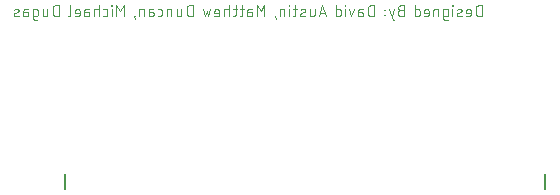
<source format=gbo>
G04 EAGLE Gerber X2 export*
%TF.Part,Single*%
%TF.FileFunction,Other,Bottom Silkscreen*%
%TF.FilePolarity,Positive*%
%TF.GenerationSoftware,Autodesk,EAGLE,8.7.1*%
%TF.CreationDate,2018-03-29T20:09:46Z*%
G75*
%MOMM*%
%FSLAX34Y34*%
%LPD*%
%AMOC8*
5,1,8,0,0,1.08239X$1,22.5*%
G01*
%ADD10C,0.076200*%
%ADD11C,0.203200*%


D10*
X418719Y190881D02*
X418719Y200119D01*
X416153Y200119D01*
X416055Y200117D01*
X415957Y200111D01*
X415859Y200102D01*
X415761Y200089D01*
X415664Y200072D01*
X415568Y200052D01*
X415473Y200027D01*
X415379Y199999D01*
X415286Y199968D01*
X415194Y199933D01*
X415103Y199894D01*
X415014Y199853D01*
X414927Y199807D01*
X414842Y199759D01*
X414758Y199707D01*
X414677Y199652D01*
X414597Y199594D01*
X414520Y199533D01*
X414446Y199469D01*
X414374Y199402D01*
X414304Y199332D01*
X414237Y199260D01*
X414173Y199186D01*
X414112Y199109D01*
X414054Y199029D01*
X413999Y198948D01*
X413947Y198864D01*
X413899Y198779D01*
X413853Y198692D01*
X413812Y198603D01*
X413773Y198512D01*
X413738Y198420D01*
X413707Y198327D01*
X413679Y198233D01*
X413654Y198138D01*
X413634Y198042D01*
X413617Y197945D01*
X413604Y197847D01*
X413595Y197749D01*
X413589Y197651D01*
X413587Y197553D01*
X413587Y193447D01*
X413589Y193349D01*
X413595Y193251D01*
X413604Y193153D01*
X413617Y193055D01*
X413634Y192958D01*
X413654Y192862D01*
X413679Y192767D01*
X413707Y192673D01*
X413738Y192580D01*
X413773Y192488D01*
X413812Y192397D01*
X413853Y192308D01*
X413899Y192221D01*
X413947Y192136D01*
X413999Y192052D01*
X414054Y191971D01*
X414112Y191891D01*
X414173Y191814D01*
X414237Y191740D01*
X414304Y191668D01*
X414374Y191598D01*
X414446Y191531D01*
X414520Y191467D01*
X414597Y191406D01*
X414677Y191348D01*
X414758Y191293D01*
X414842Y191241D01*
X414927Y191193D01*
X415014Y191147D01*
X415103Y191106D01*
X415194Y191067D01*
X415286Y191032D01*
X415379Y191001D01*
X415473Y190973D01*
X415568Y190948D01*
X415664Y190928D01*
X415761Y190911D01*
X415859Y190898D01*
X415957Y190889D01*
X416055Y190883D01*
X416153Y190881D01*
X418719Y190881D01*
X407966Y190881D02*
X405400Y190881D01*
X407966Y190881D02*
X408042Y190883D01*
X408117Y190888D01*
X408192Y190898D01*
X408266Y190911D01*
X408340Y190927D01*
X408413Y190947D01*
X408485Y190971D01*
X408555Y190998D01*
X408624Y191029D01*
X408692Y191063D01*
X408758Y191100D01*
X408822Y191141D01*
X408883Y191184D01*
X408943Y191231D01*
X409000Y191280D01*
X409055Y191332D01*
X409107Y191387D01*
X409156Y191444D01*
X409203Y191504D01*
X409246Y191565D01*
X409287Y191629D01*
X409324Y191695D01*
X409358Y191763D01*
X409389Y191832D01*
X409416Y191902D01*
X409440Y191974D01*
X409460Y192047D01*
X409476Y192121D01*
X409489Y192195D01*
X409499Y192270D01*
X409504Y192345D01*
X409506Y192421D01*
X409506Y194987D01*
X409504Y195077D01*
X409498Y195166D01*
X409488Y195255D01*
X409475Y195343D01*
X409457Y195431D01*
X409436Y195518D01*
X409411Y195604D01*
X409382Y195689D01*
X409350Y195773D01*
X409314Y195855D01*
X409274Y195935D01*
X409231Y196014D01*
X409184Y196090D01*
X409135Y196165D01*
X409082Y196237D01*
X409026Y196307D01*
X408967Y196374D01*
X408905Y196439D01*
X408840Y196501D01*
X408773Y196560D01*
X408703Y196616D01*
X408631Y196669D01*
X408556Y196718D01*
X408480Y196765D01*
X408401Y196808D01*
X408321Y196848D01*
X408239Y196884D01*
X408155Y196916D01*
X408070Y196945D01*
X407984Y196970D01*
X407897Y196991D01*
X407809Y197009D01*
X407721Y197022D01*
X407632Y197032D01*
X407543Y197038D01*
X407453Y197040D01*
X407363Y197038D01*
X407274Y197032D01*
X407185Y197022D01*
X407097Y197009D01*
X407009Y196991D01*
X406922Y196970D01*
X406836Y196945D01*
X406751Y196916D01*
X406667Y196884D01*
X406585Y196848D01*
X406505Y196808D01*
X406427Y196765D01*
X406350Y196718D01*
X406275Y196669D01*
X406203Y196616D01*
X406133Y196560D01*
X406066Y196501D01*
X406001Y196439D01*
X405939Y196374D01*
X405880Y196307D01*
X405824Y196237D01*
X405771Y196165D01*
X405722Y196090D01*
X405675Y196014D01*
X405632Y195935D01*
X405592Y195855D01*
X405556Y195773D01*
X405524Y195689D01*
X405495Y195604D01*
X405470Y195518D01*
X405449Y195431D01*
X405431Y195343D01*
X405418Y195255D01*
X405408Y195166D01*
X405402Y195077D01*
X405400Y194987D01*
X405400Y193960D01*
X409506Y193960D01*
X400936Y194474D02*
X398370Y193447D01*
X400936Y194473D02*
X401003Y194502D01*
X401068Y194534D01*
X401131Y194570D01*
X401192Y194609D01*
X401250Y194652D01*
X401307Y194697D01*
X401360Y194746D01*
X401411Y194797D01*
X401460Y194851D01*
X401505Y194908D01*
X401547Y194967D01*
X401585Y195028D01*
X401621Y195091D01*
X401653Y195156D01*
X401681Y195223D01*
X401706Y195291D01*
X401726Y195360D01*
X401744Y195431D01*
X401757Y195502D01*
X401766Y195574D01*
X401771Y195646D01*
X401773Y195718D01*
X401770Y195791D01*
X401764Y195863D01*
X401754Y195934D01*
X401740Y196005D01*
X401722Y196076D01*
X401700Y196145D01*
X401674Y196212D01*
X401645Y196279D01*
X401612Y196343D01*
X401576Y196406D01*
X401536Y196467D01*
X401494Y196525D01*
X401448Y196581D01*
X401399Y196634D01*
X401347Y196685D01*
X401292Y196733D01*
X401236Y196778D01*
X401176Y196819D01*
X401115Y196857D01*
X401051Y196892D01*
X400986Y196924D01*
X400919Y196952D01*
X400851Y196976D01*
X400781Y196996D01*
X400711Y197013D01*
X400640Y197025D01*
X400568Y197034D01*
X400495Y197039D01*
X400423Y197040D01*
X400423Y197039D02*
X400274Y197035D01*
X400125Y197028D01*
X399977Y197016D01*
X399829Y197001D01*
X399681Y196981D01*
X399534Y196958D01*
X399387Y196932D01*
X399242Y196901D01*
X399097Y196867D01*
X398953Y196829D01*
X398810Y196788D01*
X398668Y196743D01*
X398527Y196694D01*
X398388Y196641D01*
X398250Y196586D01*
X398113Y196526D01*
X398370Y193448D02*
X398303Y193419D01*
X398238Y193387D01*
X398175Y193351D01*
X398114Y193312D01*
X398056Y193269D01*
X397999Y193224D01*
X397946Y193175D01*
X397895Y193124D01*
X397846Y193070D01*
X397801Y193013D01*
X397759Y192954D01*
X397721Y192893D01*
X397685Y192830D01*
X397653Y192765D01*
X397625Y192698D01*
X397600Y192630D01*
X397580Y192561D01*
X397562Y192490D01*
X397549Y192419D01*
X397540Y192347D01*
X397535Y192275D01*
X397533Y192203D01*
X397536Y192130D01*
X397542Y192058D01*
X397552Y191987D01*
X397566Y191916D01*
X397584Y191845D01*
X397606Y191776D01*
X397632Y191709D01*
X397661Y191642D01*
X397694Y191578D01*
X397730Y191515D01*
X397770Y191454D01*
X397812Y191396D01*
X397858Y191340D01*
X397907Y191287D01*
X397959Y191236D01*
X398014Y191188D01*
X398070Y191143D01*
X398130Y191102D01*
X398191Y191064D01*
X398255Y191029D01*
X398320Y190997D01*
X398387Y190969D01*
X398455Y190945D01*
X398525Y190925D01*
X398595Y190908D01*
X398666Y190896D01*
X398738Y190887D01*
X398811Y190882D01*
X398883Y190881D01*
X398883Y190882D02*
X399089Y190887D01*
X399295Y190898D01*
X399500Y190913D01*
X399705Y190933D01*
X399909Y190957D01*
X400113Y190987D01*
X400316Y191021D01*
X400518Y191061D01*
X400719Y191105D01*
X400919Y191153D01*
X401118Y191207D01*
X401315Y191265D01*
X401511Y191328D01*
X401706Y191395D01*
X393953Y190881D02*
X393953Y197040D01*
X394210Y199606D02*
X394210Y200119D01*
X393696Y200119D01*
X393696Y199606D01*
X394210Y199606D01*
X388811Y190881D02*
X386245Y190881D01*
X388811Y190881D02*
X388887Y190883D01*
X388962Y190888D01*
X389037Y190898D01*
X389111Y190911D01*
X389185Y190927D01*
X389258Y190947D01*
X389330Y190971D01*
X389400Y190998D01*
X389469Y191029D01*
X389537Y191063D01*
X389603Y191100D01*
X389667Y191141D01*
X389728Y191184D01*
X389788Y191231D01*
X389845Y191280D01*
X389900Y191332D01*
X389952Y191387D01*
X390001Y191444D01*
X390048Y191504D01*
X390091Y191565D01*
X390132Y191629D01*
X390169Y191695D01*
X390203Y191763D01*
X390234Y191832D01*
X390261Y191902D01*
X390285Y191974D01*
X390305Y192047D01*
X390321Y192121D01*
X390334Y192195D01*
X390344Y192270D01*
X390349Y192345D01*
X390351Y192421D01*
X390351Y195500D01*
X390349Y195576D01*
X390344Y195651D01*
X390334Y195726D01*
X390321Y195800D01*
X390305Y195874D01*
X390285Y195947D01*
X390261Y196019D01*
X390234Y196089D01*
X390203Y196158D01*
X390169Y196226D01*
X390132Y196292D01*
X390091Y196356D01*
X390048Y196417D01*
X390001Y196477D01*
X389952Y196534D01*
X389900Y196589D01*
X389845Y196641D01*
X389788Y196690D01*
X389728Y196737D01*
X389667Y196780D01*
X389603Y196821D01*
X389537Y196858D01*
X389469Y196892D01*
X389400Y196923D01*
X389330Y196950D01*
X389258Y196974D01*
X389185Y196994D01*
X389111Y197010D01*
X389037Y197023D01*
X388962Y197033D01*
X388887Y197038D01*
X388811Y197040D01*
X386245Y197040D01*
X386245Y189341D01*
X386247Y189265D01*
X386252Y189190D01*
X386262Y189115D01*
X386275Y189041D01*
X386291Y188967D01*
X386311Y188894D01*
X386335Y188822D01*
X386362Y188752D01*
X386393Y188683D01*
X386427Y188615D01*
X386464Y188549D01*
X386505Y188485D01*
X386548Y188424D01*
X386595Y188364D01*
X386644Y188307D01*
X386696Y188252D01*
X386751Y188200D01*
X386808Y188151D01*
X386868Y188104D01*
X386929Y188061D01*
X386993Y188020D01*
X387059Y187983D01*
X387127Y187949D01*
X387196Y187918D01*
X387266Y187891D01*
X387338Y187867D01*
X387411Y187847D01*
X387485Y187831D01*
X387559Y187818D01*
X387634Y187808D01*
X387709Y187803D01*
X387785Y187801D01*
X387785Y187802D02*
X389838Y187802D01*
X381906Y190881D02*
X381906Y197040D01*
X379340Y197040D01*
X379262Y197038D01*
X379184Y197032D01*
X379107Y197022D01*
X379030Y197008D01*
X378954Y196991D01*
X378879Y196969D01*
X378805Y196944D01*
X378733Y196915D01*
X378662Y196883D01*
X378593Y196846D01*
X378525Y196807D01*
X378460Y196764D01*
X378397Y196718D01*
X378337Y196668D01*
X378279Y196616D01*
X378224Y196561D01*
X378172Y196503D01*
X378122Y196443D01*
X378076Y196380D01*
X378033Y196315D01*
X377994Y196247D01*
X377957Y196178D01*
X377925Y196107D01*
X377896Y196035D01*
X377871Y195961D01*
X377849Y195886D01*
X377832Y195810D01*
X377818Y195733D01*
X377808Y195656D01*
X377802Y195578D01*
X377800Y195500D01*
X377800Y190881D01*
X372266Y190881D02*
X369700Y190881D01*
X372266Y190881D02*
X372342Y190883D01*
X372417Y190888D01*
X372492Y190898D01*
X372566Y190911D01*
X372640Y190927D01*
X372713Y190947D01*
X372785Y190971D01*
X372855Y190998D01*
X372924Y191029D01*
X372992Y191063D01*
X373058Y191100D01*
X373122Y191141D01*
X373183Y191184D01*
X373243Y191231D01*
X373300Y191280D01*
X373355Y191332D01*
X373407Y191387D01*
X373456Y191444D01*
X373503Y191504D01*
X373546Y191565D01*
X373587Y191629D01*
X373624Y191695D01*
X373658Y191763D01*
X373689Y191832D01*
X373716Y191902D01*
X373740Y191974D01*
X373760Y192047D01*
X373776Y192121D01*
X373789Y192195D01*
X373799Y192270D01*
X373804Y192345D01*
X373806Y192421D01*
X373806Y194987D01*
X373804Y195077D01*
X373798Y195166D01*
X373788Y195255D01*
X373775Y195343D01*
X373757Y195431D01*
X373736Y195518D01*
X373711Y195604D01*
X373682Y195689D01*
X373650Y195773D01*
X373614Y195855D01*
X373574Y195935D01*
X373531Y196014D01*
X373484Y196090D01*
X373435Y196165D01*
X373382Y196237D01*
X373326Y196307D01*
X373267Y196374D01*
X373205Y196439D01*
X373140Y196501D01*
X373073Y196560D01*
X373003Y196616D01*
X372931Y196669D01*
X372856Y196718D01*
X372780Y196765D01*
X372701Y196808D01*
X372621Y196848D01*
X372539Y196884D01*
X372455Y196916D01*
X372370Y196945D01*
X372284Y196970D01*
X372197Y196991D01*
X372109Y197009D01*
X372021Y197022D01*
X371932Y197032D01*
X371843Y197038D01*
X371753Y197040D01*
X371663Y197038D01*
X371574Y197032D01*
X371485Y197022D01*
X371397Y197009D01*
X371309Y196991D01*
X371222Y196970D01*
X371136Y196945D01*
X371051Y196916D01*
X370967Y196884D01*
X370885Y196848D01*
X370805Y196808D01*
X370727Y196765D01*
X370650Y196718D01*
X370575Y196669D01*
X370503Y196616D01*
X370433Y196560D01*
X370366Y196501D01*
X370301Y196439D01*
X370239Y196374D01*
X370180Y196307D01*
X370124Y196237D01*
X370071Y196165D01*
X370022Y196090D01*
X369975Y196014D01*
X369932Y195935D01*
X369892Y195855D01*
X369856Y195773D01*
X369824Y195689D01*
X369795Y195604D01*
X369770Y195518D01*
X369749Y195431D01*
X369731Y195343D01*
X369718Y195255D01*
X369708Y195166D01*
X369702Y195077D01*
X369700Y194987D01*
X369700Y193960D01*
X373806Y193960D01*
X361945Y190881D02*
X361945Y200119D01*
X361945Y190881D02*
X364511Y190881D01*
X364587Y190883D01*
X364662Y190888D01*
X364737Y190898D01*
X364811Y190911D01*
X364885Y190927D01*
X364958Y190947D01*
X365030Y190971D01*
X365100Y190998D01*
X365169Y191029D01*
X365237Y191063D01*
X365303Y191100D01*
X365367Y191141D01*
X365428Y191184D01*
X365488Y191231D01*
X365545Y191280D01*
X365600Y191332D01*
X365652Y191387D01*
X365701Y191444D01*
X365748Y191504D01*
X365791Y191565D01*
X365832Y191629D01*
X365869Y191695D01*
X365903Y191763D01*
X365934Y191832D01*
X365961Y191902D01*
X365985Y191974D01*
X366005Y192047D01*
X366021Y192121D01*
X366034Y192195D01*
X366044Y192270D01*
X366049Y192345D01*
X366051Y192421D01*
X366051Y195500D01*
X366049Y195576D01*
X366044Y195651D01*
X366034Y195726D01*
X366021Y195800D01*
X366005Y195874D01*
X365985Y195947D01*
X365961Y196019D01*
X365934Y196089D01*
X365903Y196158D01*
X365869Y196226D01*
X365832Y196292D01*
X365791Y196356D01*
X365748Y196417D01*
X365701Y196477D01*
X365652Y196534D01*
X365600Y196589D01*
X365545Y196641D01*
X365488Y196690D01*
X365428Y196737D01*
X365367Y196780D01*
X365303Y196821D01*
X365237Y196858D01*
X365169Y196892D01*
X365100Y196923D01*
X365030Y196950D01*
X364958Y196974D01*
X364885Y196994D01*
X364811Y197010D01*
X364737Y197023D01*
X364662Y197033D01*
X364587Y197038D01*
X364511Y197040D01*
X361945Y197040D01*
X352589Y196013D02*
X350023Y196013D01*
X349924Y196011D01*
X349824Y196005D01*
X349725Y195996D01*
X349627Y195982D01*
X349529Y195965D01*
X349431Y195944D01*
X349335Y195919D01*
X349240Y195890D01*
X349145Y195858D01*
X349053Y195822D01*
X348961Y195783D01*
X348871Y195740D01*
X348783Y195694D01*
X348697Y195644D01*
X348613Y195591D01*
X348531Y195535D01*
X348451Y195475D01*
X348374Y195413D01*
X348299Y195347D01*
X348226Y195279D01*
X348157Y195208D01*
X348090Y195134D01*
X348026Y195058D01*
X347965Y194979D01*
X347907Y194898D01*
X347852Y194815D01*
X347801Y194730D01*
X347753Y194643D01*
X347708Y194554D01*
X347667Y194463D01*
X347629Y194371D01*
X347595Y194278D01*
X347565Y194183D01*
X347538Y194087D01*
X347515Y193990D01*
X347496Y193893D01*
X347481Y193794D01*
X347469Y193695D01*
X347461Y193596D01*
X347457Y193497D01*
X347457Y193397D01*
X347461Y193298D01*
X347469Y193199D01*
X347481Y193100D01*
X347496Y193001D01*
X347515Y192904D01*
X347538Y192807D01*
X347565Y192711D01*
X347595Y192616D01*
X347629Y192523D01*
X347667Y192431D01*
X347708Y192340D01*
X347753Y192251D01*
X347801Y192164D01*
X347852Y192079D01*
X347907Y191996D01*
X347965Y191915D01*
X348026Y191836D01*
X348090Y191760D01*
X348157Y191686D01*
X348226Y191615D01*
X348299Y191547D01*
X348374Y191481D01*
X348451Y191419D01*
X348531Y191359D01*
X348613Y191303D01*
X348697Y191250D01*
X348783Y191200D01*
X348871Y191154D01*
X348961Y191111D01*
X349053Y191072D01*
X349145Y191036D01*
X349240Y191004D01*
X349335Y190975D01*
X349431Y190950D01*
X349529Y190929D01*
X349627Y190912D01*
X349725Y190898D01*
X349824Y190889D01*
X349924Y190883D01*
X350023Y190881D01*
X352589Y190881D01*
X352589Y200119D01*
X350023Y200119D01*
X349933Y200117D01*
X349844Y200111D01*
X349755Y200101D01*
X349667Y200088D01*
X349579Y200070D01*
X349492Y200049D01*
X349406Y200024D01*
X349321Y199995D01*
X349237Y199963D01*
X349155Y199927D01*
X349075Y199887D01*
X348997Y199844D01*
X348920Y199797D01*
X348845Y199748D01*
X348773Y199695D01*
X348703Y199639D01*
X348636Y199580D01*
X348571Y199518D01*
X348509Y199453D01*
X348450Y199386D01*
X348394Y199316D01*
X348341Y199244D01*
X348292Y199169D01*
X348245Y199093D01*
X348202Y199014D01*
X348162Y198934D01*
X348126Y198852D01*
X348094Y198768D01*
X348065Y198683D01*
X348040Y198597D01*
X348019Y198510D01*
X348001Y198422D01*
X347988Y198334D01*
X347978Y198245D01*
X347972Y198156D01*
X347970Y198066D01*
X347972Y197976D01*
X347978Y197887D01*
X347988Y197798D01*
X348001Y197710D01*
X348019Y197622D01*
X348040Y197535D01*
X348065Y197449D01*
X348094Y197364D01*
X348126Y197280D01*
X348162Y197198D01*
X348202Y197118D01*
X348245Y197040D01*
X348292Y196963D01*
X348341Y196888D01*
X348394Y196816D01*
X348450Y196746D01*
X348509Y196679D01*
X348571Y196614D01*
X348636Y196552D01*
X348703Y196493D01*
X348773Y196437D01*
X348845Y196384D01*
X348920Y196335D01*
X348997Y196288D01*
X349075Y196245D01*
X349155Y196205D01*
X349237Y196169D01*
X349321Y196137D01*
X349406Y196108D01*
X349492Y196083D01*
X349579Y196062D01*
X349667Y196044D01*
X349755Y196031D01*
X349844Y196021D01*
X349933Y196015D01*
X350023Y196013D01*
X344406Y187802D02*
X343379Y187802D01*
X340300Y197040D01*
X344406Y197040D02*
X342353Y190881D01*
X336910Y191651D02*
X336910Y192164D01*
X336396Y192164D01*
X336396Y191651D01*
X336910Y191651D01*
X336910Y195757D02*
X336910Y196270D01*
X336396Y196270D01*
X336396Y195757D01*
X336910Y195757D01*
X327519Y200119D02*
X327519Y190881D01*
X327519Y200119D02*
X324953Y200119D01*
X324855Y200117D01*
X324757Y200111D01*
X324659Y200102D01*
X324561Y200089D01*
X324464Y200072D01*
X324368Y200052D01*
X324273Y200027D01*
X324179Y199999D01*
X324086Y199968D01*
X323994Y199933D01*
X323903Y199894D01*
X323814Y199853D01*
X323727Y199807D01*
X323642Y199759D01*
X323558Y199707D01*
X323477Y199652D01*
X323397Y199594D01*
X323320Y199533D01*
X323246Y199469D01*
X323174Y199402D01*
X323104Y199332D01*
X323037Y199260D01*
X322973Y199186D01*
X322912Y199109D01*
X322854Y199029D01*
X322799Y198948D01*
X322747Y198864D01*
X322699Y198779D01*
X322653Y198692D01*
X322612Y198603D01*
X322573Y198512D01*
X322538Y198420D01*
X322507Y198327D01*
X322479Y198233D01*
X322454Y198138D01*
X322434Y198042D01*
X322417Y197945D01*
X322404Y197847D01*
X322395Y197749D01*
X322389Y197651D01*
X322387Y197553D01*
X322387Y193447D01*
X322389Y193349D01*
X322395Y193251D01*
X322404Y193153D01*
X322417Y193055D01*
X322434Y192958D01*
X322454Y192862D01*
X322479Y192767D01*
X322507Y192673D01*
X322538Y192580D01*
X322573Y192488D01*
X322612Y192397D01*
X322653Y192308D01*
X322699Y192221D01*
X322747Y192136D01*
X322799Y192052D01*
X322854Y191971D01*
X322912Y191891D01*
X322973Y191814D01*
X323037Y191740D01*
X323104Y191668D01*
X323174Y191598D01*
X323246Y191531D01*
X323320Y191467D01*
X323397Y191406D01*
X323477Y191348D01*
X323558Y191293D01*
X323642Y191241D01*
X323727Y191193D01*
X323814Y191147D01*
X323903Y191106D01*
X323994Y191067D01*
X324086Y191032D01*
X324179Y191001D01*
X324273Y190973D01*
X324368Y190948D01*
X324464Y190928D01*
X324561Y190911D01*
X324659Y190898D01*
X324757Y190889D01*
X324855Y190883D01*
X324953Y190881D01*
X327519Y190881D01*
X316555Y194474D02*
X314246Y194474D01*
X316555Y194473D02*
X316638Y194471D01*
X316721Y194465D01*
X316803Y194456D01*
X316885Y194442D01*
X316966Y194425D01*
X317046Y194404D01*
X317126Y194380D01*
X317204Y194352D01*
X317280Y194320D01*
X317356Y194285D01*
X317429Y194246D01*
X317500Y194204D01*
X317570Y194159D01*
X317637Y194110D01*
X317702Y194059D01*
X317765Y194004D01*
X317825Y193947D01*
X317882Y193887D01*
X317937Y193824D01*
X317988Y193759D01*
X318037Y193692D01*
X318082Y193622D01*
X318124Y193551D01*
X318163Y193478D01*
X318198Y193402D01*
X318230Y193326D01*
X318258Y193248D01*
X318282Y193168D01*
X318303Y193088D01*
X318320Y193007D01*
X318334Y192925D01*
X318343Y192843D01*
X318349Y192760D01*
X318351Y192677D01*
X318349Y192594D01*
X318343Y192511D01*
X318334Y192429D01*
X318320Y192347D01*
X318303Y192266D01*
X318282Y192186D01*
X318258Y192106D01*
X318230Y192028D01*
X318198Y191952D01*
X318163Y191876D01*
X318124Y191803D01*
X318082Y191732D01*
X318037Y191662D01*
X317988Y191595D01*
X317937Y191530D01*
X317882Y191467D01*
X317825Y191407D01*
X317765Y191350D01*
X317702Y191295D01*
X317637Y191244D01*
X317570Y191195D01*
X317500Y191150D01*
X317429Y191108D01*
X317356Y191069D01*
X317280Y191034D01*
X317204Y191002D01*
X317126Y190974D01*
X317046Y190950D01*
X316966Y190929D01*
X316885Y190912D01*
X316803Y190898D01*
X316721Y190889D01*
X316638Y190883D01*
X316555Y190881D01*
X314246Y190881D01*
X314246Y195500D01*
X314245Y195500D02*
X314247Y195576D01*
X314252Y195651D01*
X314262Y195726D01*
X314275Y195800D01*
X314291Y195874D01*
X314311Y195947D01*
X314335Y196019D01*
X314362Y196089D01*
X314393Y196158D01*
X314427Y196226D01*
X314464Y196292D01*
X314505Y196356D01*
X314548Y196417D01*
X314595Y196477D01*
X314644Y196534D01*
X314696Y196589D01*
X314751Y196641D01*
X314808Y196690D01*
X314868Y196737D01*
X314929Y196780D01*
X314993Y196821D01*
X315059Y196858D01*
X315127Y196892D01*
X315196Y196923D01*
X315266Y196950D01*
X315338Y196974D01*
X315411Y196994D01*
X315485Y197010D01*
X315559Y197023D01*
X315634Y197033D01*
X315709Y197038D01*
X315785Y197040D01*
X317838Y197040D01*
X310506Y197040D02*
X308453Y190881D01*
X306400Y197040D01*
X303053Y197040D02*
X303053Y190881D01*
X303310Y199606D02*
X303310Y200119D01*
X302797Y200119D01*
X302797Y199606D01*
X303310Y199606D01*
X295346Y200119D02*
X295346Y190881D01*
X297912Y190881D01*
X297988Y190883D01*
X298063Y190888D01*
X298138Y190898D01*
X298212Y190911D01*
X298286Y190927D01*
X298359Y190947D01*
X298431Y190971D01*
X298501Y190998D01*
X298570Y191029D01*
X298638Y191063D01*
X298704Y191100D01*
X298768Y191141D01*
X298829Y191184D01*
X298889Y191231D01*
X298946Y191280D01*
X299001Y191332D01*
X299053Y191387D01*
X299102Y191444D01*
X299149Y191504D01*
X299192Y191565D01*
X299233Y191629D01*
X299270Y191695D01*
X299304Y191763D01*
X299335Y191832D01*
X299362Y191902D01*
X299386Y191974D01*
X299406Y192047D01*
X299422Y192121D01*
X299435Y192195D01*
X299445Y192270D01*
X299450Y192345D01*
X299452Y192421D01*
X299451Y192421D02*
X299451Y195500D01*
X299452Y195500D02*
X299450Y195576D01*
X299445Y195651D01*
X299435Y195726D01*
X299422Y195800D01*
X299406Y195874D01*
X299386Y195947D01*
X299362Y196019D01*
X299335Y196089D01*
X299304Y196158D01*
X299270Y196226D01*
X299233Y196292D01*
X299192Y196356D01*
X299149Y196417D01*
X299102Y196477D01*
X299053Y196534D01*
X299001Y196589D01*
X298946Y196641D01*
X298889Y196690D01*
X298829Y196737D01*
X298768Y196780D01*
X298704Y196821D01*
X298638Y196858D01*
X298570Y196892D01*
X298501Y196923D01*
X298431Y196950D01*
X298359Y196974D01*
X298286Y196994D01*
X298212Y197010D01*
X298138Y197023D01*
X298063Y197033D01*
X297988Y197038D01*
X297912Y197040D01*
X295346Y197040D01*
X286933Y190881D02*
X283853Y200119D01*
X280774Y190881D01*
X281544Y193191D02*
X286163Y193191D01*
X277206Y192421D02*
X277206Y197040D01*
X277206Y192421D02*
X277204Y192343D01*
X277198Y192265D01*
X277188Y192188D01*
X277174Y192111D01*
X277157Y192035D01*
X277135Y191960D01*
X277110Y191886D01*
X277081Y191814D01*
X277049Y191743D01*
X277012Y191674D01*
X276973Y191606D01*
X276930Y191541D01*
X276884Y191478D01*
X276834Y191418D01*
X276782Y191360D01*
X276727Y191305D01*
X276669Y191253D01*
X276609Y191203D01*
X276546Y191157D01*
X276481Y191114D01*
X276413Y191075D01*
X276344Y191038D01*
X276273Y191006D01*
X276201Y190977D01*
X276127Y190952D01*
X276052Y190930D01*
X275976Y190913D01*
X275899Y190899D01*
X275822Y190889D01*
X275744Y190883D01*
X275666Y190881D01*
X273100Y190881D01*
X273100Y197040D01*
X268336Y194474D02*
X265770Y193447D01*
X268336Y194473D02*
X268403Y194502D01*
X268468Y194534D01*
X268531Y194570D01*
X268592Y194609D01*
X268650Y194652D01*
X268707Y194697D01*
X268760Y194746D01*
X268811Y194797D01*
X268860Y194851D01*
X268905Y194908D01*
X268947Y194967D01*
X268985Y195028D01*
X269021Y195091D01*
X269053Y195156D01*
X269081Y195223D01*
X269106Y195291D01*
X269126Y195360D01*
X269144Y195431D01*
X269157Y195502D01*
X269166Y195574D01*
X269171Y195646D01*
X269173Y195718D01*
X269170Y195791D01*
X269164Y195863D01*
X269154Y195934D01*
X269140Y196005D01*
X269122Y196076D01*
X269100Y196145D01*
X269074Y196212D01*
X269045Y196279D01*
X269012Y196343D01*
X268976Y196406D01*
X268936Y196467D01*
X268894Y196525D01*
X268848Y196581D01*
X268799Y196634D01*
X268747Y196685D01*
X268692Y196733D01*
X268636Y196778D01*
X268576Y196819D01*
X268515Y196857D01*
X268451Y196892D01*
X268386Y196924D01*
X268319Y196952D01*
X268251Y196976D01*
X268181Y196996D01*
X268111Y197013D01*
X268040Y197025D01*
X267968Y197034D01*
X267895Y197039D01*
X267823Y197040D01*
X267823Y197039D02*
X267674Y197035D01*
X267525Y197028D01*
X267377Y197016D01*
X267229Y197001D01*
X267081Y196981D01*
X266934Y196958D01*
X266787Y196932D01*
X266642Y196901D01*
X266497Y196867D01*
X266353Y196829D01*
X266210Y196788D01*
X266068Y196743D01*
X265927Y196694D01*
X265788Y196641D01*
X265650Y196586D01*
X265513Y196526D01*
X265770Y193448D02*
X265703Y193419D01*
X265638Y193387D01*
X265575Y193351D01*
X265514Y193312D01*
X265456Y193269D01*
X265399Y193224D01*
X265346Y193175D01*
X265295Y193124D01*
X265246Y193070D01*
X265201Y193013D01*
X265159Y192954D01*
X265121Y192893D01*
X265085Y192830D01*
X265053Y192765D01*
X265025Y192698D01*
X265000Y192630D01*
X264980Y192561D01*
X264962Y192490D01*
X264949Y192419D01*
X264940Y192347D01*
X264935Y192275D01*
X264933Y192203D01*
X264936Y192130D01*
X264942Y192058D01*
X264952Y191987D01*
X264966Y191916D01*
X264984Y191845D01*
X265006Y191776D01*
X265032Y191709D01*
X265061Y191642D01*
X265094Y191578D01*
X265130Y191515D01*
X265170Y191454D01*
X265212Y191396D01*
X265258Y191340D01*
X265307Y191287D01*
X265359Y191236D01*
X265414Y191188D01*
X265470Y191143D01*
X265530Y191102D01*
X265591Y191064D01*
X265655Y191029D01*
X265720Y190997D01*
X265787Y190969D01*
X265855Y190945D01*
X265925Y190925D01*
X265995Y190908D01*
X266066Y190896D01*
X266138Y190887D01*
X266211Y190882D01*
X266283Y190881D01*
X266283Y190882D02*
X266489Y190887D01*
X266695Y190898D01*
X266900Y190913D01*
X267105Y190933D01*
X267309Y190957D01*
X267513Y190987D01*
X267716Y191021D01*
X267918Y191061D01*
X268119Y191105D01*
X268319Y191153D01*
X268518Y191207D01*
X268715Y191265D01*
X268911Y191328D01*
X269106Y191395D01*
X262064Y197040D02*
X258985Y197040D01*
X261037Y200119D02*
X261037Y192421D01*
X261038Y192421D02*
X261036Y192343D01*
X261030Y192265D01*
X261020Y192188D01*
X261006Y192111D01*
X260989Y192035D01*
X260967Y191960D01*
X260942Y191886D01*
X260913Y191814D01*
X260881Y191743D01*
X260844Y191674D01*
X260805Y191606D01*
X260762Y191541D01*
X260716Y191478D01*
X260666Y191418D01*
X260614Y191360D01*
X260559Y191305D01*
X260501Y191253D01*
X260441Y191203D01*
X260378Y191157D01*
X260313Y191114D01*
X260245Y191075D01*
X260176Y191038D01*
X260105Y191006D01*
X260033Y190977D01*
X259959Y190952D01*
X259884Y190930D01*
X259808Y190913D01*
X259731Y190899D01*
X259654Y190889D01*
X259576Y190883D01*
X259498Y190881D01*
X258985Y190881D01*
X255653Y190881D02*
X255653Y197040D01*
X255910Y199606D02*
X255910Y200119D01*
X255397Y200119D01*
X255397Y199606D01*
X255910Y199606D01*
X251706Y197040D02*
X251706Y190881D01*
X251706Y197040D02*
X249140Y197040D01*
X249062Y197038D01*
X248984Y197032D01*
X248907Y197022D01*
X248830Y197008D01*
X248754Y196991D01*
X248679Y196969D01*
X248605Y196944D01*
X248533Y196915D01*
X248462Y196883D01*
X248393Y196846D01*
X248325Y196807D01*
X248260Y196764D01*
X248197Y196718D01*
X248137Y196668D01*
X248079Y196616D01*
X248024Y196561D01*
X247972Y196503D01*
X247922Y196443D01*
X247876Y196380D01*
X247833Y196315D01*
X247794Y196247D01*
X247757Y196178D01*
X247725Y196107D01*
X247696Y196035D01*
X247671Y195961D01*
X247649Y195886D01*
X247632Y195810D01*
X247618Y195733D01*
X247608Y195656D01*
X247602Y195578D01*
X247600Y195500D01*
X247600Y190881D01*
X243943Y190881D02*
X243430Y190881D01*
X243943Y190881D02*
X243943Y191394D01*
X243430Y191394D01*
X243430Y190881D01*
X244200Y188828D01*
X234733Y190881D02*
X234733Y200119D01*
X231653Y194987D01*
X228574Y200119D01*
X228574Y190881D01*
X222655Y194474D02*
X220346Y194474D01*
X222655Y194473D02*
X222738Y194471D01*
X222821Y194465D01*
X222903Y194456D01*
X222985Y194442D01*
X223066Y194425D01*
X223146Y194404D01*
X223226Y194380D01*
X223304Y194352D01*
X223380Y194320D01*
X223456Y194285D01*
X223529Y194246D01*
X223600Y194204D01*
X223670Y194159D01*
X223737Y194110D01*
X223802Y194059D01*
X223865Y194004D01*
X223925Y193947D01*
X223982Y193887D01*
X224037Y193824D01*
X224088Y193759D01*
X224137Y193692D01*
X224182Y193622D01*
X224224Y193551D01*
X224263Y193478D01*
X224298Y193402D01*
X224330Y193326D01*
X224358Y193248D01*
X224382Y193168D01*
X224403Y193088D01*
X224420Y193007D01*
X224434Y192925D01*
X224443Y192843D01*
X224449Y192760D01*
X224451Y192677D01*
X224449Y192594D01*
X224443Y192511D01*
X224434Y192429D01*
X224420Y192347D01*
X224403Y192266D01*
X224382Y192186D01*
X224358Y192106D01*
X224330Y192028D01*
X224298Y191952D01*
X224263Y191876D01*
X224224Y191803D01*
X224182Y191732D01*
X224137Y191662D01*
X224088Y191595D01*
X224037Y191530D01*
X223982Y191467D01*
X223925Y191407D01*
X223865Y191350D01*
X223802Y191295D01*
X223737Y191244D01*
X223670Y191195D01*
X223600Y191150D01*
X223529Y191108D01*
X223456Y191069D01*
X223380Y191034D01*
X223304Y191002D01*
X223226Y190974D01*
X223146Y190950D01*
X223066Y190929D01*
X222985Y190912D01*
X222903Y190898D01*
X222821Y190889D01*
X222738Y190883D01*
X222655Y190881D01*
X220346Y190881D01*
X220346Y195500D01*
X220345Y195500D02*
X220347Y195576D01*
X220352Y195651D01*
X220362Y195726D01*
X220375Y195800D01*
X220391Y195874D01*
X220411Y195947D01*
X220435Y196019D01*
X220462Y196089D01*
X220493Y196158D01*
X220527Y196226D01*
X220564Y196292D01*
X220605Y196356D01*
X220648Y196417D01*
X220695Y196477D01*
X220744Y196534D01*
X220796Y196589D01*
X220851Y196641D01*
X220908Y196690D01*
X220968Y196737D01*
X221029Y196780D01*
X221093Y196821D01*
X221159Y196858D01*
X221227Y196892D01*
X221296Y196923D01*
X221366Y196950D01*
X221438Y196974D01*
X221511Y196994D01*
X221585Y197010D01*
X221659Y197023D01*
X221734Y197033D01*
X221809Y197038D01*
X221885Y197040D01*
X223938Y197040D01*
X217064Y197040D02*
X213985Y197040D01*
X216038Y200119D02*
X216038Y192421D01*
X216036Y192343D01*
X216030Y192265D01*
X216020Y192188D01*
X216006Y192111D01*
X215989Y192035D01*
X215967Y191960D01*
X215942Y191886D01*
X215913Y191814D01*
X215881Y191743D01*
X215844Y191674D01*
X215805Y191606D01*
X215762Y191541D01*
X215716Y191478D01*
X215666Y191418D01*
X215614Y191360D01*
X215559Y191305D01*
X215501Y191253D01*
X215441Y191203D01*
X215378Y191157D01*
X215313Y191114D01*
X215245Y191075D01*
X215176Y191038D01*
X215105Y191006D01*
X215033Y190977D01*
X214959Y190952D01*
X214884Y190930D01*
X214808Y190913D01*
X214731Y190899D01*
X214654Y190889D01*
X214576Y190883D01*
X214498Y190881D01*
X213985Y190881D01*
X211364Y197040D02*
X208285Y197040D01*
X210338Y200119D02*
X210338Y192421D01*
X210336Y192343D01*
X210330Y192265D01*
X210320Y192188D01*
X210306Y192111D01*
X210289Y192035D01*
X210267Y191960D01*
X210242Y191886D01*
X210213Y191814D01*
X210181Y191743D01*
X210144Y191674D01*
X210105Y191606D01*
X210062Y191541D01*
X210016Y191478D01*
X209966Y191418D01*
X209914Y191360D01*
X209859Y191305D01*
X209801Y191253D01*
X209741Y191203D01*
X209678Y191157D01*
X209613Y191114D01*
X209545Y191075D01*
X209476Y191038D01*
X209405Y191006D01*
X209333Y190977D01*
X209259Y190952D01*
X209184Y190930D01*
X209108Y190913D01*
X209031Y190899D01*
X208954Y190889D01*
X208876Y190883D01*
X208798Y190881D01*
X208285Y190881D01*
X204606Y190881D02*
X204606Y200119D01*
X204606Y197040D02*
X202040Y197040D01*
X201962Y197038D01*
X201884Y197032D01*
X201807Y197022D01*
X201730Y197008D01*
X201654Y196991D01*
X201579Y196969D01*
X201505Y196944D01*
X201433Y196915D01*
X201362Y196883D01*
X201293Y196846D01*
X201225Y196807D01*
X201160Y196764D01*
X201097Y196718D01*
X201037Y196668D01*
X200979Y196616D01*
X200924Y196561D01*
X200872Y196503D01*
X200822Y196443D01*
X200776Y196380D01*
X200733Y196315D01*
X200694Y196247D01*
X200657Y196178D01*
X200625Y196107D01*
X200596Y196035D01*
X200571Y195961D01*
X200549Y195886D01*
X200532Y195810D01*
X200518Y195733D01*
X200508Y195656D01*
X200502Y195578D01*
X200500Y195500D01*
X200501Y195500D02*
X200501Y190881D01*
X194967Y190881D02*
X192401Y190881D01*
X194967Y190881D02*
X195043Y190883D01*
X195118Y190888D01*
X195193Y190898D01*
X195267Y190911D01*
X195341Y190927D01*
X195414Y190947D01*
X195486Y190971D01*
X195556Y190998D01*
X195625Y191029D01*
X195693Y191063D01*
X195759Y191100D01*
X195823Y191141D01*
X195884Y191184D01*
X195944Y191231D01*
X196001Y191280D01*
X196056Y191332D01*
X196108Y191387D01*
X196157Y191444D01*
X196204Y191504D01*
X196247Y191565D01*
X196288Y191629D01*
X196325Y191695D01*
X196359Y191763D01*
X196390Y191832D01*
X196417Y191902D01*
X196441Y191974D01*
X196461Y192047D01*
X196477Y192121D01*
X196490Y192195D01*
X196500Y192270D01*
X196505Y192345D01*
X196507Y192421D01*
X196506Y192421D02*
X196506Y194987D01*
X196504Y195077D01*
X196498Y195166D01*
X196488Y195255D01*
X196475Y195343D01*
X196457Y195431D01*
X196436Y195518D01*
X196411Y195604D01*
X196382Y195689D01*
X196350Y195773D01*
X196314Y195855D01*
X196274Y195935D01*
X196231Y196014D01*
X196184Y196090D01*
X196135Y196165D01*
X196082Y196237D01*
X196026Y196307D01*
X195967Y196374D01*
X195905Y196439D01*
X195840Y196501D01*
X195773Y196560D01*
X195703Y196616D01*
X195631Y196669D01*
X195556Y196718D01*
X195480Y196765D01*
X195401Y196808D01*
X195321Y196848D01*
X195239Y196884D01*
X195155Y196916D01*
X195070Y196945D01*
X194984Y196970D01*
X194897Y196991D01*
X194809Y197009D01*
X194721Y197022D01*
X194632Y197032D01*
X194543Y197038D01*
X194453Y197040D01*
X194363Y197038D01*
X194274Y197032D01*
X194185Y197022D01*
X194097Y197009D01*
X194009Y196991D01*
X193922Y196970D01*
X193836Y196945D01*
X193751Y196916D01*
X193667Y196884D01*
X193585Y196848D01*
X193505Y196808D01*
X193427Y196765D01*
X193350Y196718D01*
X193275Y196669D01*
X193203Y196616D01*
X193133Y196560D01*
X193066Y196501D01*
X193001Y196439D01*
X192939Y196374D01*
X192880Y196307D01*
X192824Y196237D01*
X192771Y196165D01*
X192722Y196090D01*
X192675Y196014D01*
X192632Y195935D01*
X192592Y195855D01*
X192556Y195773D01*
X192524Y195689D01*
X192495Y195604D01*
X192470Y195518D01*
X192449Y195431D01*
X192431Y195343D01*
X192418Y195255D01*
X192408Y195166D01*
X192402Y195077D01*
X192400Y194987D01*
X192401Y194987D02*
X192401Y193960D01*
X196506Y193960D01*
X188833Y197040D02*
X187293Y190881D01*
X185753Y194987D01*
X184214Y190881D01*
X182674Y197040D01*
X173920Y200119D02*
X173920Y190881D01*
X173920Y200119D02*
X171354Y200119D01*
X171256Y200117D01*
X171158Y200111D01*
X171060Y200102D01*
X170962Y200089D01*
X170865Y200072D01*
X170769Y200052D01*
X170674Y200027D01*
X170580Y199999D01*
X170487Y199968D01*
X170395Y199933D01*
X170304Y199894D01*
X170215Y199853D01*
X170128Y199807D01*
X170043Y199759D01*
X169959Y199707D01*
X169878Y199652D01*
X169798Y199594D01*
X169721Y199533D01*
X169647Y199469D01*
X169575Y199402D01*
X169505Y199332D01*
X169438Y199260D01*
X169374Y199186D01*
X169313Y199109D01*
X169255Y199029D01*
X169200Y198948D01*
X169148Y198864D01*
X169100Y198779D01*
X169054Y198692D01*
X169013Y198603D01*
X168974Y198512D01*
X168939Y198420D01*
X168908Y198327D01*
X168880Y198233D01*
X168855Y198138D01*
X168835Y198042D01*
X168818Y197945D01*
X168805Y197847D01*
X168796Y197749D01*
X168790Y197651D01*
X168788Y197553D01*
X168787Y197553D02*
X168787Y193447D01*
X168788Y193447D02*
X168790Y193349D01*
X168796Y193251D01*
X168805Y193153D01*
X168818Y193055D01*
X168835Y192958D01*
X168855Y192862D01*
X168880Y192767D01*
X168908Y192673D01*
X168939Y192580D01*
X168974Y192488D01*
X169013Y192397D01*
X169054Y192308D01*
X169100Y192221D01*
X169148Y192136D01*
X169200Y192052D01*
X169255Y191971D01*
X169313Y191891D01*
X169374Y191814D01*
X169438Y191740D01*
X169505Y191668D01*
X169575Y191598D01*
X169647Y191531D01*
X169721Y191467D01*
X169798Y191406D01*
X169878Y191348D01*
X169959Y191293D01*
X170043Y191241D01*
X170128Y191193D01*
X170215Y191147D01*
X170304Y191106D01*
X170395Y191067D01*
X170487Y191032D01*
X170580Y191001D01*
X170674Y190973D01*
X170769Y190948D01*
X170865Y190928D01*
X170962Y190911D01*
X171060Y190898D01*
X171158Y190889D01*
X171256Y190883D01*
X171354Y190881D01*
X173920Y190881D01*
X164406Y192421D02*
X164406Y197040D01*
X164407Y192421D02*
X164405Y192343D01*
X164399Y192265D01*
X164389Y192188D01*
X164375Y192111D01*
X164358Y192035D01*
X164336Y191960D01*
X164311Y191886D01*
X164282Y191814D01*
X164250Y191743D01*
X164213Y191674D01*
X164174Y191606D01*
X164131Y191541D01*
X164085Y191478D01*
X164035Y191418D01*
X163983Y191360D01*
X163928Y191305D01*
X163870Y191253D01*
X163810Y191203D01*
X163747Y191157D01*
X163682Y191114D01*
X163614Y191075D01*
X163545Y191038D01*
X163474Y191006D01*
X163402Y190977D01*
X163328Y190952D01*
X163253Y190930D01*
X163177Y190913D01*
X163100Y190899D01*
X163023Y190889D01*
X162945Y190883D01*
X162867Y190881D01*
X160301Y190881D01*
X160301Y197040D01*
X156006Y197040D02*
X156006Y190881D01*
X156006Y197040D02*
X153440Y197040D01*
X153362Y197038D01*
X153284Y197032D01*
X153207Y197022D01*
X153130Y197008D01*
X153054Y196991D01*
X152979Y196969D01*
X152905Y196944D01*
X152833Y196915D01*
X152762Y196883D01*
X152693Y196846D01*
X152625Y196807D01*
X152560Y196764D01*
X152497Y196718D01*
X152437Y196668D01*
X152379Y196616D01*
X152324Y196561D01*
X152272Y196503D01*
X152222Y196443D01*
X152176Y196380D01*
X152133Y196315D01*
X152094Y196247D01*
X152057Y196178D01*
X152025Y196107D01*
X151996Y196035D01*
X151971Y195961D01*
X151949Y195886D01*
X151932Y195810D01*
X151918Y195733D01*
X151908Y195656D01*
X151902Y195578D01*
X151900Y195500D01*
X151901Y195500D02*
X151901Y190881D01*
X146357Y190881D02*
X144304Y190881D01*
X146357Y190881D02*
X146433Y190883D01*
X146508Y190888D01*
X146583Y190898D01*
X146657Y190911D01*
X146731Y190927D01*
X146804Y190947D01*
X146876Y190971D01*
X146946Y190998D01*
X147015Y191029D01*
X147083Y191063D01*
X147149Y191100D01*
X147213Y191141D01*
X147274Y191184D01*
X147334Y191231D01*
X147391Y191280D01*
X147446Y191332D01*
X147498Y191387D01*
X147547Y191444D01*
X147594Y191504D01*
X147637Y191565D01*
X147678Y191629D01*
X147715Y191695D01*
X147749Y191763D01*
X147780Y191832D01*
X147807Y191902D01*
X147831Y191974D01*
X147851Y192047D01*
X147867Y192121D01*
X147880Y192195D01*
X147890Y192270D01*
X147895Y192345D01*
X147897Y192421D01*
X147896Y192421D02*
X147896Y195500D01*
X147897Y195500D02*
X147895Y195576D01*
X147890Y195651D01*
X147880Y195726D01*
X147867Y195800D01*
X147851Y195874D01*
X147831Y195947D01*
X147807Y196019D01*
X147780Y196089D01*
X147749Y196158D01*
X147715Y196226D01*
X147678Y196292D01*
X147637Y196356D01*
X147594Y196417D01*
X147547Y196477D01*
X147498Y196534D01*
X147446Y196589D01*
X147391Y196641D01*
X147334Y196690D01*
X147274Y196737D01*
X147213Y196780D01*
X147149Y196821D01*
X147083Y196858D01*
X147015Y196892D01*
X146946Y196923D01*
X146876Y196950D01*
X146804Y196974D01*
X146731Y196994D01*
X146657Y197010D01*
X146583Y197023D01*
X146508Y197033D01*
X146433Y197038D01*
X146357Y197040D01*
X144304Y197040D01*
X139255Y194474D02*
X136946Y194474D01*
X139255Y194473D02*
X139338Y194471D01*
X139421Y194465D01*
X139503Y194456D01*
X139585Y194442D01*
X139666Y194425D01*
X139746Y194404D01*
X139826Y194380D01*
X139904Y194352D01*
X139980Y194320D01*
X140056Y194285D01*
X140129Y194246D01*
X140200Y194204D01*
X140270Y194159D01*
X140337Y194110D01*
X140402Y194059D01*
X140465Y194004D01*
X140525Y193947D01*
X140582Y193887D01*
X140637Y193824D01*
X140688Y193759D01*
X140737Y193692D01*
X140782Y193622D01*
X140824Y193551D01*
X140863Y193478D01*
X140898Y193402D01*
X140930Y193326D01*
X140958Y193248D01*
X140982Y193168D01*
X141003Y193088D01*
X141020Y193007D01*
X141034Y192925D01*
X141043Y192843D01*
X141049Y192760D01*
X141051Y192677D01*
X141049Y192594D01*
X141043Y192511D01*
X141034Y192429D01*
X141020Y192347D01*
X141003Y192266D01*
X140982Y192186D01*
X140958Y192106D01*
X140930Y192028D01*
X140898Y191952D01*
X140863Y191876D01*
X140824Y191803D01*
X140782Y191732D01*
X140737Y191662D01*
X140688Y191595D01*
X140637Y191530D01*
X140582Y191467D01*
X140525Y191407D01*
X140465Y191350D01*
X140402Y191295D01*
X140337Y191244D01*
X140270Y191195D01*
X140200Y191150D01*
X140129Y191108D01*
X140056Y191069D01*
X139980Y191034D01*
X139904Y191002D01*
X139826Y190974D01*
X139746Y190950D01*
X139666Y190929D01*
X139585Y190912D01*
X139503Y190898D01*
X139421Y190889D01*
X139338Y190883D01*
X139255Y190881D01*
X136946Y190881D01*
X136946Y195500D01*
X136948Y195576D01*
X136953Y195651D01*
X136963Y195726D01*
X136976Y195800D01*
X136992Y195874D01*
X137012Y195947D01*
X137036Y196019D01*
X137063Y196089D01*
X137094Y196158D01*
X137128Y196226D01*
X137165Y196292D01*
X137206Y196356D01*
X137249Y196417D01*
X137296Y196477D01*
X137345Y196534D01*
X137397Y196589D01*
X137452Y196641D01*
X137509Y196690D01*
X137569Y196737D01*
X137630Y196780D01*
X137694Y196821D01*
X137760Y196858D01*
X137828Y196892D01*
X137897Y196923D01*
X137967Y196950D01*
X138039Y196974D01*
X138112Y196994D01*
X138186Y197010D01*
X138260Y197023D01*
X138335Y197033D01*
X138410Y197038D01*
X138486Y197040D01*
X140538Y197040D01*
X132606Y197040D02*
X132606Y190881D01*
X132606Y197040D02*
X130040Y197040D01*
X129962Y197038D01*
X129884Y197032D01*
X129807Y197022D01*
X129730Y197008D01*
X129654Y196991D01*
X129579Y196969D01*
X129505Y196944D01*
X129433Y196915D01*
X129362Y196883D01*
X129293Y196846D01*
X129225Y196807D01*
X129160Y196764D01*
X129097Y196718D01*
X129037Y196668D01*
X128979Y196616D01*
X128924Y196561D01*
X128872Y196503D01*
X128822Y196443D01*
X128776Y196380D01*
X128733Y196315D01*
X128694Y196247D01*
X128657Y196178D01*
X128625Y196107D01*
X128596Y196035D01*
X128571Y195961D01*
X128549Y195886D01*
X128532Y195810D01*
X128518Y195733D01*
X128508Y195656D01*
X128502Y195578D01*
X128500Y195500D01*
X128501Y195500D02*
X128501Y190881D01*
X124843Y190881D02*
X124330Y190881D01*
X124843Y190881D02*
X124843Y191394D01*
X124330Y191394D01*
X124330Y190881D01*
X125100Y188828D01*
X115633Y190881D02*
X115633Y200119D01*
X112554Y194987D01*
X109474Y200119D01*
X109474Y190881D01*
X105354Y190881D02*
X105354Y197040D01*
X105610Y199606D02*
X105610Y200119D01*
X105097Y200119D01*
X105097Y199606D01*
X105610Y199606D01*
X100157Y190881D02*
X98104Y190881D01*
X100157Y190881D02*
X100233Y190883D01*
X100308Y190888D01*
X100383Y190898D01*
X100457Y190911D01*
X100531Y190927D01*
X100604Y190947D01*
X100676Y190971D01*
X100746Y190998D01*
X100815Y191029D01*
X100883Y191063D01*
X100949Y191100D01*
X101013Y191141D01*
X101074Y191184D01*
X101134Y191231D01*
X101191Y191280D01*
X101246Y191332D01*
X101298Y191387D01*
X101347Y191444D01*
X101394Y191504D01*
X101437Y191565D01*
X101478Y191629D01*
X101515Y191695D01*
X101549Y191763D01*
X101580Y191832D01*
X101607Y191902D01*
X101631Y191974D01*
X101651Y192047D01*
X101667Y192121D01*
X101680Y192195D01*
X101690Y192270D01*
X101695Y192345D01*
X101697Y192421D01*
X101696Y192421D02*
X101696Y195500D01*
X101697Y195500D02*
X101695Y195576D01*
X101690Y195651D01*
X101680Y195726D01*
X101667Y195800D01*
X101651Y195874D01*
X101631Y195947D01*
X101607Y196019D01*
X101580Y196089D01*
X101549Y196158D01*
X101515Y196226D01*
X101478Y196292D01*
X101437Y196356D01*
X101394Y196417D01*
X101347Y196477D01*
X101298Y196534D01*
X101246Y196589D01*
X101191Y196641D01*
X101134Y196690D01*
X101074Y196737D01*
X101013Y196780D01*
X100949Y196821D01*
X100883Y196858D01*
X100815Y196892D01*
X100746Y196923D01*
X100676Y196950D01*
X100604Y196974D01*
X100531Y196994D01*
X100457Y197010D01*
X100383Y197023D01*
X100308Y197033D01*
X100233Y197038D01*
X100157Y197040D01*
X98104Y197040D01*
X94507Y200119D02*
X94507Y190881D01*
X94507Y197040D02*
X91940Y197040D01*
X91862Y197038D01*
X91784Y197032D01*
X91707Y197022D01*
X91630Y197008D01*
X91554Y196991D01*
X91479Y196969D01*
X91405Y196944D01*
X91333Y196915D01*
X91262Y196883D01*
X91193Y196846D01*
X91125Y196807D01*
X91060Y196764D01*
X90997Y196718D01*
X90937Y196668D01*
X90879Y196616D01*
X90824Y196561D01*
X90772Y196503D01*
X90722Y196443D01*
X90676Y196380D01*
X90633Y196315D01*
X90594Y196247D01*
X90557Y196178D01*
X90525Y196107D01*
X90496Y196035D01*
X90471Y195961D01*
X90449Y195886D01*
X90432Y195810D01*
X90418Y195733D01*
X90408Y195656D01*
X90402Y195578D01*
X90400Y195500D01*
X90401Y195500D02*
X90401Y190881D01*
X84656Y194474D02*
X82346Y194474D01*
X84656Y194473D02*
X84739Y194471D01*
X84822Y194465D01*
X84904Y194456D01*
X84986Y194442D01*
X85067Y194425D01*
X85147Y194404D01*
X85227Y194380D01*
X85305Y194352D01*
X85381Y194320D01*
X85457Y194285D01*
X85530Y194246D01*
X85601Y194204D01*
X85671Y194159D01*
X85738Y194110D01*
X85803Y194059D01*
X85866Y194004D01*
X85926Y193947D01*
X85983Y193887D01*
X86038Y193824D01*
X86089Y193759D01*
X86138Y193692D01*
X86183Y193622D01*
X86225Y193551D01*
X86264Y193478D01*
X86299Y193402D01*
X86331Y193326D01*
X86359Y193248D01*
X86383Y193168D01*
X86404Y193088D01*
X86421Y193007D01*
X86435Y192925D01*
X86444Y192843D01*
X86450Y192760D01*
X86452Y192677D01*
X86450Y192594D01*
X86444Y192511D01*
X86435Y192429D01*
X86421Y192347D01*
X86404Y192266D01*
X86383Y192186D01*
X86359Y192106D01*
X86331Y192028D01*
X86299Y191952D01*
X86264Y191876D01*
X86225Y191803D01*
X86183Y191732D01*
X86138Y191662D01*
X86089Y191595D01*
X86038Y191530D01*
X85983Y191467D01*
X85926Y191407D01*
X85866Y191350D01*
X85803Y191295D01*
X85738Y191244D01*
X85671Y191195D01*
X85601Y191150D01*
X85530Y191108D01*
X85457Y191069D01*
X85381Y191034D01*
X85305Y191002D01*
X85227Y190974D01*
X85147Y190950D01*
X85067Y190929D01*
X84986Y190912D01*
X84904Y190898D01*
X84822Y190889D01*
X84739Y190883D01*
X84656Y190881D01*
X82346Y190881D01*
X82346Y195500D01*
X82348Y195576D01*
X82353Y195651D01*
X82363Y195726D01*
X82376Y195800D01*
X82392Y195874D01*
X82412Y195947D01*
X82436Y196019D01*
X82463Y196089D01*
X82494Y196158D01*
X82528Y196226D01*
X82565Y196292D01*
X82606Y196356D01*
X82649Y196417D01*
X82696Y196477D01*
X82745Y196534D01*
X82797Y196589D01*
X82852Y196641D01*
X82909Y196690D01*
X82969Y196737D01*
X83030Y196780D01*
X83094Y196821D01*
X83160Y196858D01*
X83228Y196892D01*
X83297Y196923D01*
X83367Y196950D01*
X83439Y196974D01*
X83512Y196994D01*
X83586Y197010D01*
X83660Y197023D01*
X83735Y197033D01*
X83810Y197038D01*
X83886Y197040D01*
X85939Y197040D01*
X76767Y190881D02*
X74201Y190881D01*
X76767Y190881D02*
X76843Y190883D01*
X76918Y190888D01*
X76993Y190898D01*
X77067Y190911D01*
X77141Y190927D01*
X77214Y190947D01*
X77286Y190971D01*
X77356Y190998D01*
X77425Y191029D01*
X77493Y191063D01*
X77559Y191100D01*
X77623Y191141D01*
X77684Y191184D01*
X77744Y191231D01*
X77801Y191280D01*
X77856Y191332D01*
X77908Y191387D01*
X77957Y191444D01*
X78004Y191504D01*
X78047Y191565D01*
X78088Y191629D01*
X78125Y191695D01*
X78159Y191763D01*
X78190Y191832D01*
X78217Y191902D01*
X78241Y191974D01*
X78261Y192047D01*
X78277Y192121D01*
X78290Y192195D01*
X78300Y192270D01*
X78305Y192345D01*
X78307Y192421D01*
X78307Y194987D01*
X78305Y195077D01*
X78299Y195166D01*
X78289Y195255D01*
X78276Y195343D01*
X78258Y195431D01*
X78237Y195518D01*
X78212Y195604D01*
X78183Y195689D01*
X78151Y195773D01*
X78115Y195855D01*
X78075Y195935D01*
X78032Y196014D01*
X77985Y196090D01*
X77936Y196165D01*
X77883Y196237D01*
X77827Y196307D01*
X77768Y196374D01*
X77706Y196439D01*
X77641Y196501D01*
X77574Y196560D01*
X77504Y196616D01*
X77432Y196669D01*
X77357Y196718D01*
X77281Y196765D01*
X77202Y196808D01*
X77122Y196848D01*
X77040Y196884D01*
X76956Y196916D01*
X76871Y196945D01*
X76785Y196970D01*
X76698Y196991D01*
X76610Y197009D01*
X76522Y197022D01*
X76433Y197032D01*
X76344Y197038D01*
X76254Y197040D01*
X76164Y197038D01*
X76075Y197032D01*
X75986Y197022D01*
X75898Y197009D01*
X75810Y196991D01*
X75723Y196970D01*
X75637Y196945D01*
X75552Y196916D01*
X75468Y196884D01*
X75386Y196848D01*
X75306Y196808D01*
X75228Y196765D01*
X75151Y196718D01*
X75076Y196669D01*
X75004Y196616D01*
X74934Y196560D01*
X74867Y196501D01*
X74802Y196439D01*
X74740Y196374D01*
X74681Y196307D01*
X74625Y196237D01*
X74572Y196165D01*
X74523Y196090D01*
X74476Y196014D01*
X74433Y195935D01*
X74393Y195855D01*
X74357Y195773D01*
X74325Y195689D01*
X74296Y195604D01*
X74271Y195518D01*
X74250Y195431D01*
X74232Y195343D01*
X74219Y195255D01*
X74209Y195166D01*
X74203Y195077D01*
X74201Y194987D01*
X74201Y193960D01*
X78307Y193960D01*
X70385Y192421D02*
X70385Y200119D01*
X70385Y192421D02*
X70383Y192343D01*
X70377Y192265D01*
X70367Y192188D01*
X70353Y192111D01*
X70336Y192035D01*
X70314Y191960D01*
X70289Y191886D01*
X70260Y191814D01*
X70228Y191743D01*
X70191Y191674D01*
X70152Y191606D01*
X70109Y191541D01*
X70063Y191478D01*
X70013Y191418D01*
X69961Y191360D01*
X69906Y191305D01*
X69848Y191253D01*
X69788Y191203D01*
X69725Y191157D01*
X69660Y191114D01*
X69592Y191075D01*
X69523Y191038D01*
X69452Y191006D01*
X69380Y190977D01*
X69306Y190952D01*
X69231Y190930D01*
X69155Y190913D01*
X69078Y190899D01*
X69001Y190889D01*
X68923Y190883D01*
X68845Y190881D01*
X60520Y190881D02*
X60520Y200119D01*
X57954Y200119D01*
X57856Y200117D01*
X57758Y200111D01*
X57660Y200102D01*
X57562Y200089D01*
X57465Y200072D01*
X57369Y200052D01*
X57274Y200027D01*
X57180Y199999D01*
X57087Y199968D01*
X56995Y199933D01*
X56904Y199894D01*
X56815Y199853D01*
X56728Y199807D01*
X56643Y199759D01*
X56559Y199707D01*
X56478Y199652D01*
X56398Y199594D01*
X56321Y199533D01*
X56247Y199469D01*
X56175Y199402D01*
X56105Y199332D01*
X56038Y199260D01*
X55974Y199186D01*
X55913Y199109D01*
X55855Y199029D01*
X55800Y198948D01*
X55748Y198864D01*
X55700Y198779D01*
X55654Y198692D01*
X55613Y198603D01*
X55574Y198512D01*
X55539Y198420D01*
X55508Y198327D01*
X55480Y198233D01*
X55455Y198138D01*
X55435Y198042D01*
X55418Y197945D01*
X55405Y197847D01*
X55396Y197749D01*
X55390Y197651D01*
X55388Y197553D01*
X55388Y193447D01*
X55390Y193349D01*
X55396Y193251D01*
X55405Y193153D01*
X55418Y193055D01*
X55435Y192958D01*
X55455Y192862D01*
X55480Y192767D01*
X55508Y192673D01*
X55539Y192580D01*
X55574Y192488D01*
X55613Y192397D01*
X55654Y192308D01*
X55700Y192221D01*
X55748Y192136D01*
X55800Y192052D01*
X55855Y191971D01*
X55913Y191891D01*
X55974Y191814D01*
X56038Y191740D01*
X56105Y191668D01*
X56175Y191598D01*
X56247Y191531D01*
X56321Y191467D01*
X56398Y191406D01*
X56478Y191348D01*
X56559Y191293D01*
X56643Y191241D01*
X56728Y191193D01*
X56815Y191147D01*
X56904Y191106D01*
X56995Y191067D01*
X57087Y191032D01*
X57180Y191001D01*
X57274Y190973D01*
X57369Y190948D01*
X57465Y190928D01*
X57562Y190911D01*
X57660Y190898D01*
X57758Y190889D01*
X57856Y190883D01*
X57954Y190881D01*
X60520Y190881D01*
X51007Y192421D02*
X51007Y197040D01*
X51007Y192421D02*
X51005Y192343D01*
X50999Y192265D01*
X50989Y192188D01*
X50975Y192111D01*
X50958Y192035D01*
X50936Y191960D01*
X50911Y191886D01*
X50882Y191814D01*
X50850Y191743D01*
X50813Y191674D01*
X50774Y191606D01*
X50731Y191541D01*
X50685Y191478D01*
X50635Y191418D01*
X50583Y191360D01*
X50528Y191305D01*
X50470Y191253D01*
X50410Y191203D01*
X50347Y191157D01*
X50282Y191114D01*
X50214Y191075D01*
X50145Y191038D01*
X50074Y191006D01*
X50002Y190977D01*
X49928Y190952D01*
X49853Y190930D01*
X49777Y190913D01*
X49700Y190899D01*
X49623Y190889D01*
X49545Y190883D01*
X49467Y190881D01*
X46901Y190881D01*
X46901Y197040D01*
X41412Y190881D02*
X38846Y190881D01*
X41412Y190881D02*
X41488Y190883D01*
X41563Y190888D01*
X41638Y190898D01*
X41712Y190911D01*
X41786Y190927D01*
X41859Y190947D01*
X41931Y190971D01*
X42001Y190998D01*
X42070Y191029D01*
X42138Y191063D01*
X42204Y191100D01*
X42268Y191141D01*
X42329Y191184D01*
X42389Y191231D01*
X42446Y191280D01*
X42501Y191332D01*
X42553Y191387D01*
X42602Y191444D01*
X42649Y191504D01*
X42692Y191565D01*
X42733Y191629D01*
X42770Y191695D01*
X42804Y191763D01*
X42835Y191832D01*
X42862Y191902D01*
X42886Y191974D01*
X42906Y192047D01*
X42922Y192121D01*
X42935Y192195D01*
X42945Y192270D01*
X42950Y192345D01*
X42952Y192421D01*
X42952Y195500D01*
X42950Y195576D01*
X42945Y195651D01*
X42935Y195726D01*
X42922Y195800D01*
X42906Y195874D01*
X42886Y195947D01*
X42862Y196019D01*
X42835Y196089D01*
X42804Y196158D01*
X42770Y196226D01*
X42733Y196292D01*
X42692Y196356D01*
X42649Y196417D01*
X42602Y196477D01*
X42553Y196534D01*
X42501Y196589D01*
X42446Y196641D01*
X42389Y196690D01*
X42329Y196737D01*
X42268Y196780D01*
X42204Y196821D01*
X42138Y196858D01*
X42070Y196892D01*
X42001Y196923D01*
X41931Y196950D01*
X41859Y196974D01*
X41786Y196994D01*
X41712Y197010D01*
X41638Y197023D01*
X41563Y197033D01*
X41488Y197038D01*
X41412Y197040D01*
X38846Y197040D01*
X38846Y189341D01*
X38848Y189265D01*
X38853Y189190D01*
X38863Y189115D01*
X38876Y189041D01*
X38892Y188967D01*
X38912Y188894D01*
X38936Y188822D01*
X38963Y188752D01*
X38994Y188683D01*
X39028Y188615D01*
X39065Y188549D01*
X39106Y188485D01*
X39149Y188424D01*
X39196Y188364D01*
X39245Y188307D01*
X39297Y188252D01*
X39352Y188200D01*
X39409Y188151D01*
X39469Y188104D01*
X39530Y188061D01*
X39594Y188020D01*
X39660Y187983D01*
X39728Y187949D01*
X39797Y187918D01*
X39867Y187891D01*
X39939Y187867D01*
X40012Y187847D01*
X40086Y187831D01*
X40160Y187818D01*
X40235Y187808D01*
X40310Y187803D01*
X40386Y187801D01*
X40386Y187802D02*
X42439Y187802D01*
X33056Y194474D02*
X30746Y194474D01*
X33056Y194473D02*
X33139Y194471D01*
X33222Y194465D01*
X33304Y194456D01*
X33386Y194442D01*
X33467Y194425D01*
X33547Y194404D01*
X33627Y194380D01*
X33705Y194352D01*
X33781Y194320D01*
X33857Y194285D01*
X33930Y194246D01*
X34001Y194204D01*
X34071Y194159D01*
X34138Y194110D01*
X34203Y194059D01*
X34266Y194004D01*
X34326Y193947D01*
X34383Y193887D01*
X34438Y193824D01*
X34489Y193759D01*
X34538Y193692D01*
X34583Y193622D01*
X34625Y193551D01*
X34664Y193478D01*
X34699Y193402D01*
X34731Y193326D01*
X34759Y193248D01*
X34783Y193168D01*
X34804Y193088D01*
X34821Y193007D01*
X34835Y192925D01*
X34844Y192843D01*
X34850Y192760D01*
X34852Y192677D01*
X34850Y192594D01*
X34844Y192511D01*
X34835Y192429D01*
X34821Y192347D01*
X34804Y192266D01*
X34783Y192186D01*
X34759Y192106D01*
X34731Y192028D01*
X34699Y191952D01*
X34664Y191876D01*
X34625Y191803D01*
X34583Y191732D01*
X34538Y191662D01*
X34489Y191595D01*
X34438Y191530D01*
X34383Y191467D01*
X34326Y191407D01*
X34266Y191350D01*
X34203Y191295D01*
X34138Y191244D01*
X34071Y191195D01*
X34001Y191150D01*
X33930Y191108D01*
X33857Y191069D01*
X33781Y191034D01*
X33705Y191002D01*
X33627Y190974D01*
X33547Y190950D01*
X33467Y190929D01*
X33386Y190912D01*
X33304Y190898D01*
X33222Y190889D01*
X33139Y190883D01*
X33056Y190881D01*
X30746Y190881D01*
X30746Y195500D01*
X30748Y195576D01*
X30753Y195651D01*
X30763Y195726D01*
X30776Y195800D01*
X30792Y195874D01*
X30812Y195947D01*
X30836Y196019D01*
X30863Y196089D01*
X30894Y196158D01*
X30928Y196226D01*
X30965Y196292D01*
X31006Y196356D01*
X31049Y196417D01*
X31096Y196477D01*
X31145Y196534D01*
X31197Y196589D01*
X31252Y196641D01*
X31309Y196690D01*
X31369Y196737D01*
X31430Y196780D01*
X31494Y196821D01*
X31560Y196858D01*
X31628Y196892D01*
X31697Y196923D01*
X31767Y196950D01*
X31839Y196974D01*
X31912Y196994D01*
X31986Y197010D01*
X32060Y197023D01*
X32135Y197033D01*
X32210Y197038D01*
X32286Y197040D01*
X34339Y197040D01*
X25937Y194474D02*
X23371Y193447D01*
X25937Y194473D02*
X26004Y194502D01*
X26069Y194534D01*
X26132Y194570D01*
X26193Y194609D01*
X26251Y194652D01*
X26308Y194697D01*
X26361Y194746D01*
X26412Y194797D01*
X26461Y194851D01*
X26506Y194908D01*
X26548Y194967D01*
X26586Y195028D01*
X26622Y195091D01*
X26654Y195156D01*
X26682Y195223D01*
X26707Y195291D01*
X26727Y195360D01*
X26745Y195431D01*
X26758Y195502D01*
X26767Y195574D01*
X26772Y195646D01*
X26774Y195718D01*
X26771Y195791D01*
X26765Y195863D01*
X26755Y195934D01*
X26741Y196005D01*
X26723Y196076D01*
X26701Y196145D01*
X26675Y196212D01*
X26646Y196279D01*
X26613Y196343D01*
X26577Y196406D01*
X26537Y196467D01*
X26495Y196525D01*
X26449Y196581D01*
X26400Y196634D01*
X26348Y196685D01*
X26293Y196733D01*
X26237Y196778D01*
X26177Y196819D01*
X26116Y196857D01*
X26052Y196892D01*
X25987Y196924D01*
X25920Y196952D01*
X25852Y196976D01*
X25782Y196996D01*
X25712Y197013D01*
X25641Y197025D01*
X25569Y197034D01*
X25496Y197039D01*
X25424Y197040D01*
X25424Y197039D02*
X25275Y197035D01*
X25126Y197028D01*
X24978Y197016D01*
X24830Y197001D01*
X24682Y196981D01*
X24535Y196958D01*
X24388Y196932D01*
X24243Y196901D01*
X24098Y196867D01*
X23954Y196829D01*
X23811Y196788D01*
X23669Y196743D01*
X23528Y196694D01*
X23389Y196641D01*
X23251Y196586D01*
X23114Y196526D01*
X23371Y193448D02*
X23304Y193419D01*
X23239Y193387D01*
X23176Y193351D01*
X23115Y193312D01*
X23057Y193269D01*
X23000Y193224D01*
X22947Y193175D01*
X22896Y193124D01*
X22847Y193070D01*
X22802Y193013D01*
X22760Y192954D01*
X22722Y192893D01*
X22686Y192830D01*
X22654Y192765D01*
X22626Y192698D01*
X22601Y192630D01*
X22581Y192561D01*
X22563Y192490D01*
X22550Y192419D01*
X22541Y192347D01*
X22536Y192275D01*
X22534Y192203D01*
X22537Y192130D01*
X22543Y192058D01*
X22553Y191987D01*
X22567Y191916D01*
X22585Y191845D01*
X22607Y191776D01*
X22633Y191709D01*
X22662Y191642D01*
X22695Y191578D01*
X22731Y191515D01*
X22771Y191454D01*
X22813Y191396D01*
X22859Y191340D01*
X22908Y191287D01*
X22960Y191236D01*
X23015Y191188D01*
X23071Y191143D01*
X23131Y191102D01*
X23192Y191064D01*
X23256Y191029D01*
X23321Y190997D01*
X23388Y190969D01*
X23456Y190945D01*
X23526Y190925D01*
X23596Y190908D01*
X23667Y190896D01*
X23739Y190887D01*
X23812Y190882D01*
X23884Y190881D01*
X23884Y190882D02*
X24090Y190887D01*
X24296Y190898D01*
X24501Y190913D01*
X24706Y190933D01*
X24910Y190957D01*
X25114Y190987D01*
X25317Y191021D01*
X25519Y191061D01*
X25720Y191105D01*
X25920Y191153D01*
X26119Y191207D01*
X26316Y191265D01*
X26512Y191328D01*
X26707Y191395D01*
D11*
X66230Y57150D02*
X66230Y44450D01*
X472630Y44450D02*
X472630Y57150D01*
M02*

</source>
